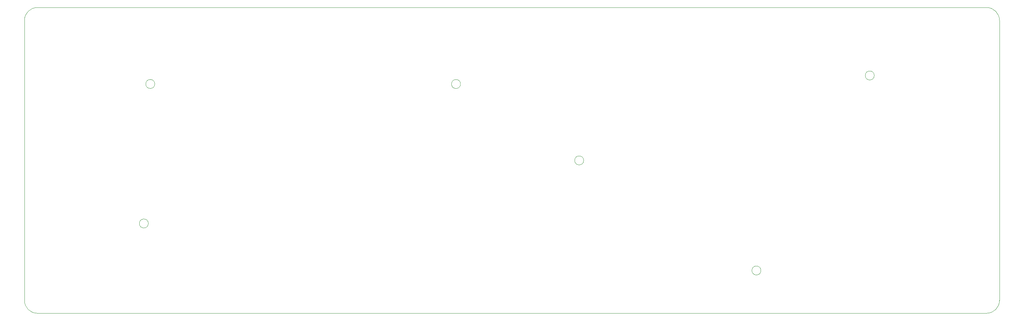
<source format=gbr>
%TF.GenerationSoftware,KiCad,Pcbnew,(7.0.0)*%
%TF.CreationDate,2024-05-04T00:17:19+02:00*%
%TF.ProjectId,minivan,6d696e69-7661-46e2-9e6b-696361645f70,rev?*%
%TF.SameCoordinates,Original*%
%TF.FileFunction,Profile,NP*%
%FSLAX46Y46*%
G04 Gerber Fmt 4.6, Leading zero omitted, Abs format (unit mm)*
G04 Created by KiCad (PCBNEW (7.0.0)) date 2024-05-04 00:17:19*
%MOMM*%
%LPD*%
G01*
G04 APERTURE LIST*
%TA.AperFunction,Profile*%
%ADD10C,0.100000*%
%TD*%
%TA.AperFunction,Profile*%
%ADD11C,0.050000*%
%TD*%
G04 APERTURE END LIST*
D10*
X162327151Y-59537716D02*
G75*
G03*
X162327151Y-59537716I-1122532J0D01*
G01*
X206475770Y-86974772D02*
G75*
G03*
X206475770Y-86974772I-1122532J0D01*
G01*
D11*
X23018750Y-94456250D02*
X23018750Y-24606250D01*
D10*
X131645882Y-40493917D02*
G75*
G03*
X131645882Y-40493917I-1122532J0D01*
G01*
D11*
X262731250Y-97631250D02*
G75*
G03*
X265906250Y-94456250I-50J3175050D01*
G01*
X26193750Y-21431250D02*
G75*
G03*
X23018750Y-24606250I0J-3175000D01*
G01*
X262731250Y-21431250D02*
X26193750Y-21431250D01*
D10*
X55477550Y-40481250D02*
G75*
G03*
X55477550Y-40481250I-1122532J0D01*
G01*
X53877383Y-75254242D02*
G75*
G03*
X53877383Y-75254242I-1122532J0D01*
G01*
D11*
X265906250Y-24606250D02*
G75*
G03*
X262731250Y-21431250I-3175050J-50D01*
G01*
D10*
X234717332Y-38366935D02*
G75*
G03*
X234717332Y-38366935I-1122532J0D01*
G01*
D11*
X262731250Y-97631250D02*
X26193750Y-97631250D01*
X265906250Y-24606250D02*
X265906250Y-94456250D01*
X23018750Y-94456250D02*
G75*
G03*
X26193750Y-97631250I3175000J0D01*
G01*
M02*

</source>
